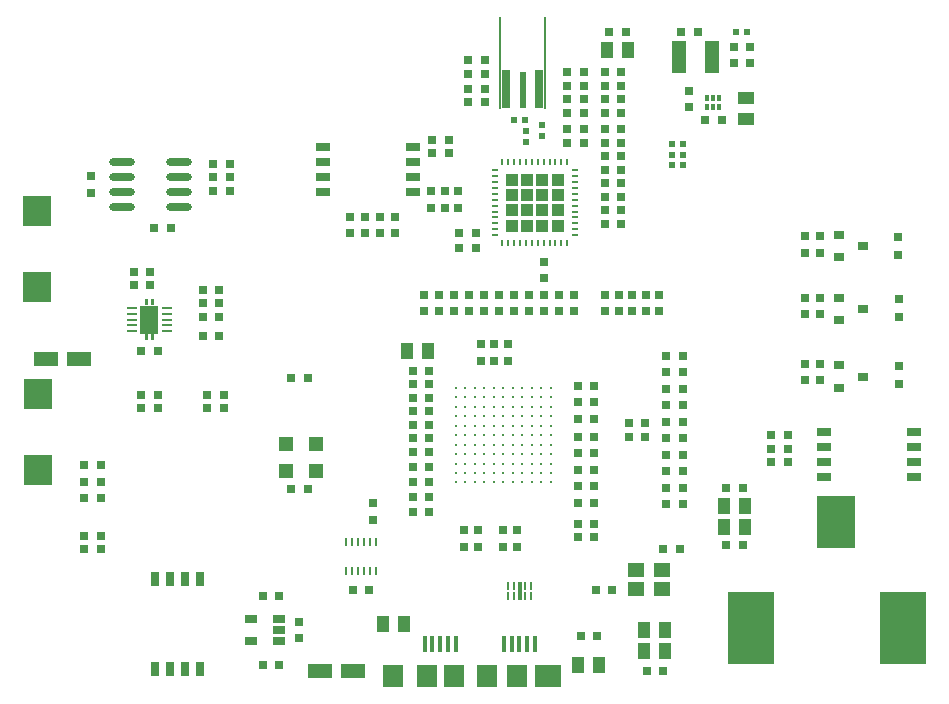
<source format=gtp>
%FSLAX25Y25*%
%MOIN*%
G70*
G01*
G75*
G04 Layer_Color=8421504*
%ADD10C,0.01200*%
%ADD11C,0.01100*%
%ADD12R,0.03000X0.03000*%
%ADD13R,0.01122X0.30709*%
%ADD14R,0.02362X0.12244*%
%ADD15R,0.02953X0.13031*%
%ADD16R,0.03000X0.03000*%
%ADD17R,0.03543X0.03150*%
%ADD18R,0.03100X0.03100*%
%ADD19R,0.04449X0.05787*%
%ADD20R,0.07874X0.04724*%
%ADD21R,0.09449X0.10236*%
%ADD22R,0.01200X0.05300*%
%ADD23R,0.07100X0.07500*%
%ADD24R,0.09100X0.07500*%
%ADD25R,0.05000X0.02992*%
%ADD26R,0.02992X0.05000*%
%ADD27R,0.00787X0.02658*%
%ADD28R,0.01496X0.06100*%
%ADD29R,0.05118X0.04921*%
%ADD30R,0.01969X0.01969*%
%ADD31R,0.01969X0.01969*%
%ADD32R,0.12992X0.17323*%
%ADD33R,0.15354X0.24410*%
%ADD34R,0.05787X0.04449*%
%ADD35R,0.01181X0.02047*%
%ADD36R,0.01181X0.01929*%
%ADD37R,0.05079X0.10709*%
%ADD38R,0.01063X0.03150*%
%ADD39R,0.05512X0.04724*%
%ADD40O,0.08661X0.02362*%
%ADD41R,0.03347X0.01102*%
%ADD42R,0.06496X0.09449*%
%ADD43R,0.02362X0.00984*%
%ADD44R,0.00984X0.02362*%
%ADD45R,0.20079X0.20079*%
%ADD46R,0.03937X0.02756*%
%ADD47C,0.00945*%
%ADD48C,0.03937*%
%ADD49C,0.02500*%
%ADD50C,0.00500*%
%ADD51C,0.01000*%
%ADD52C,0.00800*%
%ADD53C,0.02000*%
%ADD54C,0.01500*%
%ADD55C,0.00600*%
%ADD56C,0.06000*%
%ADD57C,0.07000*%
%ADD58C,0.12500*%
%ADD59C,0.09000*%
%ADD60C,0.05906*%
%ADD61C,0.07874*%
%ADD62R,0.05906X0.05906*%
%ADD63C,0.03100*%
%ADD64C,0.01400*%
%ADD65C,0.01969*%
%ADD66C,0.04000*%
%ADD67C,0.04800*%
%ADD68C,0.14500*%
%ADD69C,0.07500*%
%ADD70C,0.05937*%
%ADD71C,0.09874*%
%ADD72C,0.05543*%
%ADD73C,0.03400*%
%ADD74C,0.02700*%
%ADD75C,0.08000*%
%ADD76C,0.02787*%
%ADD77C,0.00984*%
%ADD78C,0.00787*%
%ADD79C,0.00394*%
%ADD80C,0.01575*%
%ADD81C,0.02362*%
%ADD82C,0.01600*%
%ADD83R,0.04331X0.04331*%
G36*
X50567Y117339D02*
X49464D01*
Y119307D01*
X50567D01*
Y117339D01*
D02*
G37*
G36*
X48598D02*
X47496D01*
Y119307D01*
X48598D01*
Y117339D01*
D02*
G37*
G36*
X50567Y128756D02*
X49464D01*
Y130724D01*
X50567D01*
Y128756D01*
D02*
G37*
G36*
X48598D02*
X47496D01*
Y130724D01*
X48598D01*
Y128756D01*
D02*
G37*
D12*
X231750Y220000D02*
D03*
X226250D02*
D03*
X207750D02*
D03*
X202250D02*
D03*
X206250Y160500D02*
D03*
X200750D02*
D03*
X142250Y84500D02*
D03*
X136750D02*
D03*
X198250Y18500D02*
D03*
X192750D02*
D03*
X92250Y32000D02*
D03*
X86750D02*
D03*
X46250Y99000D02*
D03*
X51750D02*
D03*
X46250Y94500D02*
D03*
X51750D02*
D03*
X136750Y75000D02*
D03*
X142250D02*
D03*
X136750Y70000D02*
D03*
X142250D02*
D03*
X136750Y65000D02*
D03*
X142250D02*
D03*
X136750Y102500D02*
D03*
X142250D02*
D03*
X136750Y98000D02*
D03*
X142250D02*
D03*
X136750Y60000D02*
D03*
X142250D02*
D03*
X136750Y89000D02*
D03*
X142250D02*
D03*
X197250Y85000D02*
D03*
X191750D02*
D03*
X197250Y102000D02*
D03*
X191750D02*
D03*
X136750Y80000D02*
D03*
X142250D02*
D03*
X197250Y51500D02*
D03*
X191750D02*
D03*
X197250Y56000D02*
D03*
X191750D02*
D03*
X220250Y7000D02*
D03*
X214750D02*
D03*
X197250Y63000D02*
D03*
X191750D02*
D03*
X246750Y49000D02*
D03*
X241250D02*
D03*
X197250Y79500D02*
D03*
X191750D02*
D03*
X246750Y68000D02*
D03*
X241250D02*
D03*
X136750Y93500D02*
D03*
X142250D02*
D03*
X101750Y104500D02*
D03*
X96250D02*
D03*
X197250Y96500D02*
D03*
X191750D02*
D03*
X197250Y91000D02*
D03*
X191750D02*
D03*
X214250Y89500D02*
D03*
X208750D02*
D03*
X214250Y85000D02*
D03*
X208750D02*
D03*
X197250Y68500D02*
D03*
X191750D02*
D03*
X197250Y74000D02*
D03*
X191750D02*
D03*
X43800Y140000D02*
D03*
X49300D02*
D03*
X49281Y135531D02*
D03*
X43782D02*
D03*
X66800Y134000D02*
D03*
X72300D02*
D03*
X46281Y113531D02*
D03*
X51781D02*
D03*
X56200Y154500D02*
D03*
X50700D02*
D03*
X32750Y52000D02*
D03*
X27250D02*
D03*
X122250Y34000D02*
D03*
X116750D02*
D03*
X197750D02*
D03*
X203250D02*
D03*
X225750Y47500D02*
D03*
X220250D02*
D03*
X256250Y76500D02*
D03*
X261750D02*
D03*
X256250Y81000D02*
D03*
X261750D02*
D03*
X256250Y85500D02*
D03*
X261750D02*
D03*
X226750Y62500D02*
D03*
X221250D02*
D03*
Y112000D02*
D03*
X226750D02*
D03*
X221250Y106500D02*
D03*
X226750D02*
D03*
X221250Y101000D02*
D03*
X226750D02*
D03*
X73750Y99000D02*
D03*
X68250D02*
D03*
X73750Y94500D02*
D03*
X68250D02*
D03*
X221250Y90000D02*
D03*
X226750D02*
D03*
X221250Y79000D02*
D03*
X226750D02*
D03*
X221250Y68000D02*
D03*
X226750D02*
D03*
Y95500D02*
D03*
X221250D02*
D03*
X226750Y84500D02*
D03*
X221250D02*
D03*
X226750Y73500D02*
D03*
X221250D02*
D03*
X86750Y9000D02*
D03*
X92250D02*
D03*
X32750Y64500D02*
D03*
X27250D02*
D03*
X32750Y70000D02*
D03*
X27250D02*
D03*
X32750Y75500D02*
D03*
X27250D02*
D03*
X72281Y129532D02*
D03*
X66781D02*
D03*
X72250Y125000D02*
D03*
X66750D02*
D03*
X66781Y118532D02*
D03*
X72281D02*
D03*
X70250Y176000D02*
D03*
X75750D02*
D03*
X70250Y171500D02*
D03*
X75750D02*
D03*
X75750Y167000D02*
D03*
X70250D02*
D03*
X27250Y47500D02*
D03*
X32750D02*
D03*
X136750Y107000D02*
D03*
X142250D02*
D03*
X96250Y67500D02*
D03*
X101750D02*
D03*
X157750Y148000D02*
D03*
X152250D02*
D03*
X157750Y153000D02*
D03*
X152250D02*
D03*
X160750Y196500D02*
D03*
X155250D02*
D03*
X160750Y201000D02*
D03*
X155250D02*
D03*
X160750Y206000D02*
D03*
X155250D02*
D03*
X188250Y193000D02*
D03*
X193750D02*
D03*
X188250Y197500D02*
D03*
X193750D02*
D03*
X188250Y202000D02*
D03*
X193750D02*
D03*
Y187500D02*
D03*
X188250D02*
D03*
X193750Y183000D02*
D03*
X188250D02*
D03*
X200750Y169500D02*
D03*
X206250D02*
D03*
X200750Y178500D02*
D03*
X206250D02*
D03*
X200750Y174000D02*
D03*
X206250D02*
D03*
X148750Y184000D02*
D03*
X143250D02*
D03*
X148750Y179500D02*
D03*
X143250D02*
D03*
X200750Y156000D02*
D03*
X206250D02*
D03*
X200750Y165000D02*
D03*
X206250D02*
D03*
X160750Y210500D02*
D03*
X155250D02*
D03*
X188250Y206500D02*
D03*
X193750D02*
D03*
X200750Y197500D02*
D03*
X206250D02*
D03*
X200750Y187500D02*
D03*
X206250D02*
D03*
X200750Y202000D02*
D03*
X206250D02*
D03*
Y193000D02*
D03*
X200750D02*
D03*
X206250Y183000D02*
D03*
X200750D02*
D03*
X206250Y206500D02*
D03*
X200750D02*
D03*
X239750Y190500D02*
D03*
X234250D02*
D03*
X243750Y215000D02*
D03*
X249250D02*
D03*
Y209500D02*
D03*
X243750D02*
D03*
D13*
X181010Y209646D02*
D03*
X165990D02*
D03*
D14*
X173500Y200413D02*
D03*
D15*
X168028Y200807D02*
D03*
X178972D02*
D03*
D16*
X140500Y132250D02*
D03*
Y126750D02*
D03*
X145500Y132250D02*
D03*
Y126750D02*
D03*
X267500Y125750D02*
D03*
Y131250D02*
D03*
Y109250D02*
D03*
Y103750D02*
D03*
X272500Y103750D02*
D03*
Y109250D02*
D03*
X167000Y53750D02*
D03*
Y48250D02*
D03*
X171500Y53750D02*
D03*
Y48250D02*
D03*
X99000Y23250D02*
D03*
Y17750D02*
D03*
X164000Y115750D02*
D03*
Y110250D02*
D03*
X168500Y115750D02*
D03*
Y110250D02*
D03*
X158500Y48250D02*
D03*
Y53750D02*
D03*
X159500Y115750D02*
D03*
Y110250D02*
D03*
X29500Y166300D02*
D03*
Y171800D02*
D03*
X154000Y48250D02*
D03*
Y53750D02*
D03*
X210000Y126750D02*
D03*
Y132250D02*
D03*
X205500Y126750D02*
D03*
Y132250D02*
D03*
X201000Y126750D02*
D03*
Y132250D02*
D03*
X219000Y126750D02*
D03*
Y132250D02*
D03*
X214500Y126750D02*
D03*
Y132250D02*
D03*
X190500Y126750D02*
D03*
Y132250D02*
D03*
X150500Y126750D02*
D03*
Y132250D02*
D03*
X155500Y126750D02*
D03*
Y132250D02*
D03*
X160500Y126750D02*
D03*
Y132250D02*
D03*
X165500Y126750D02*
D03*
Y132250D02*
D03*
X170500Y126750D02*
D03*
Y132250D02*
D03*
X175500Y126750D02*
D03*
Y132250D02*
D03*
X180500Y126750D02*
D03*
Y132250D02*
D03*
X185500Y126750D02*
D03*
Y132250D02*
D03*
X123500Y57250D02*
D03*
Y62750D02*
D03*
X272500Y131250D02*
D03*
Y125750D02*
D03*
X272500Y151750D02*
D03*
Y146250D02*
D03*
X267500Y146250D02*
D03*
Y151750D02*
D03*
X152000Y161250D02*
D03*
Y166750D02*
D03*
X147500Y161250D02*
D03*
Y166750D02*
D03*
X143000Y161250D02*
D03*
Y166750D02*
D03*
X180500Y143250D02*
D03*
Y137750D02*
D03*
X116000Y158250D02*
D03*
Y152750D02*
D03*
X121000Y158250D02*
D03*
Y152750D02*
D03*
X126000Y158250D02*
D03*
Y152750D02*
D03*
X131000Y158250D02*
D03*
Y152750D02*
D03*
X229000Y200250D02*
D03*
Y194750D02*
D03*
D17*
X279063Y131240D02*
D03*
Y123760D02*
D03*
X286937Y127500D02*
D03*
Y148500D02*
D03*
X279063Y144760D02*
D03*
Y152240D02*
D03*
X286937Y105000D02*
D03*
X279063Y101260D02*
D03*
Y108740D02*
D03*
D18*
X299000Y108450D02*
D03*
Y102550D02*
D03*
Y125050D02*
D03*
Y130950D02*
D03*
X298500Y145550D02*
D03*
Y151450D02*
D03*
D19*
X220984Y20500D02*
D03*
X214016D02*
D03*
X192016Y9000D02*
D03*
X198984D02*
D03*
X201516Y214000D02*
D03*
X208484D02*
D03*
X247484Y62000D02*
D03*
X240516D02*
D03*
X247484Y55000D02*
D03*
X240516D02*
D03*
X220984Y13500D02*
D03*
X214016D02*
D03*
X141984Y113500D02*
D03*
X135016D02*
D03*
X133984Y22500D02*
D03*
X127016D02*
D03*
D20*
X14488Y111000D02*
D03*
X25512D02*
D03*
X105988Y7000D02*
D03*
X117012D02*
D03*
D21*
X12000Y99098D02*
D03*
Y73902D02*
D03*
X11500Y160099D02*
D03*
Y134902D02*
D03*
D22*
X174950Y15775D02*
D03*
X177550D02*
D03*
X167150D02*
D03*
X169750D02*
D03*
X140750D02*
D03*
X148550D02*
D03*
X151150D02*
D03*
X172350D02*
D03*
X145950D02*
D03*
X143350D02*
D03*
D23*
X130200Y5275D02*
D03*
X141450D02*
D03*
X150450D02*
D03*
X161700D02*
D03*
X171500Y5225D02*
D03*
D24*
X181800D02*
D03*
D25*
X304000Y71500D02*
D03*
Y76500D02*
D03*
Y81500D02*
D03*
Y86500D02*
D03*
X274000Y71500D02*
D03*
Y76500D02*
D03*
Y81500D02*
D03*
Y86500D02*
D03*
X137000Y166500D02*
D03*
Y171500D02*
D03*
Y176500D02*
D03*
Y181500D02*
D03*
X107000Y166500D02*
D03*
Y171500D02*
D03*
Y176500D02*
D03*
Y181500D02*
D03*
D26*
X66000Y37500D02*
D03*
X61000D02*
D03*
X56000D02*
D03*
X51000D02*
D03*
X66000Y7500D02*
D03*
X61000D02*
D03*
X56000D02*
D03*
X51000D02*
D03*
D27*
X176400Y35200D02*
D03*
X174400D02*
D03*
X170600D02*
D03*
X168600D02*
D03*
Y31800D02*
D03*
X170600D02*
D03*
X174400D02*
D03*
X176400D02*
D03*
D28*
X172500Y33500D02*
D03*
D29*
X104500Y73571D02*
D03*
X94500Y82429D02*
D03*
Y73571D02*
D03*
X104500Y82429D02*
D03*
D30*
X180000Y185228D02*
D03*
Y188772D02*
D03*
X174500Y183228D02*
D03*
Y186772D02*
D03*
D31*
X170728Y190500D02*
D03*
X174272D02*
D03*
X244728Y220000D02*
D03*
X248272D02*
D03*
X223228Y182500D02*
D03*
X226772D02*
D03*
X223228Y179000D02*
D03*
X226772D02*
D03*
X223228Y175500D02*
D03*
X226772D02*
D03*
D32*
X277756Y56705D02*
D03*
D33*
X300394Y21272D02*
D03*
X249606D02*
D03*
D34*
X248000Y197984D02*
D03*
Y191016D02*
D03*
D35*
X238968Y198000D02*
D03*
D36*
X237000D02*
D03*
X235032D02*
D03*
Y194968D02*
D03*
X237000D02*
D03*
X238968D02*
D03*
D37*
X236531Y211500D02*
D03*
X225468D02*
D03*
D38*
X124421Y49724D02*
D03*
X122453D02*
D03*
X120484D02*
D03*
X118516D02*
D03*
X116547D02*
D03*
X114579D02*
D03*
X124421Y40276D02*
D03*
X122453D02*
D03*
X120484D02*
D03*
X118516D02*
D03*
X116547D02*
D03*
X114579D02*
D03*
D39*
X219831Y40650D02*
D03*
Y34350D02*
D03*
X211169Y40650D02*
D03*
Y34350D02*
D03*
D40*
X58949Y176500D02*
D03*
Y166500D02*
D03*
Y171500D02*
D03*
Y161500D02*
D03*
X40051Y176500D02*
D03*
Y171500D02*
D03*
Y166500D02*
D03*
Y161500D02*
D03*
D41*
X54839Y127969D02*
D03*
Y126000D02*
D03*
Y124031D02*
D03*
Y122063D02*
D03*
Y120095D02*
D03*
X43224Y127969D02*
D03*
Y124031D02*
D03*
Y126000D02*
D03*
Y120095D02*
D03*
Y122063D02*
D03*
D42*
X49031Y124031D02*
D03*
D43*
X190886Y173827D02*
D03*
Y169890D02*
D03*
Y171858D02*
D03*
Y167921D02*
D03*
Y163984D02*
D03*
Y165953D02*
D03*
Y162016D02*
D03*
Y158079D02*
D03*
Y160047D02*
D03*
Y154142D02*
D03*
Y152173D02*
D03*
Y156110D02*
D03*
X164114Y173827D02*
D03*
Y163984D02*
D03*
Y165953D02*
D03*
Y162016D02*
D03*
Y169890D02*
D03*
Y171858D02*
D03*
Y167921D02*
D03*
Y158079D02*
D03*
Y160047D02*
D03*
Y154142D02*
D03*
Y156110D02*
D03*
Y152173D02*
D03*
D44*
X188327Y176386D02*
D03*
X186358D02*
D03*
X182421D02*
D03*
X180453D02*
D03*
X184390D02*
D03*
X178484D02*
D03*
X176516D02*
D03*
X188327Y149614D02*
D03*
X184390D02*
D03*
X182421D02*
D03*
X186358D02*
D03*
X178484D02*
D03*
X176516D02*
D03*
X180453D02*
D03*
X172579Y176386D02*
D03*
X170610D02*
D03*
X174547D02*
D03*
X168642D02*
D03*
X166673D02*
D03*
X172579Y149614D02*
D03*
X170610D02*
D03*
X174547D02*
D03*
X166673D02*
D03*
X168642D02*
D03*
D46*
X92225Y20500D02*
D03*
Y24240D02*
D03*
Y16760D02*
D03*
X82776Y24240D02*
D03*
Y16760D02*
D03*
D47*
X182748Y101248D02*
D03*
Y98098D02*
D03*
X179598Y101248D02*
D03*
X182748Y94949D02*
D03*
X179598Y98098D02*
D03*
X176449D02*
D03*
Y101248D02*
D03*
X179598Y94949D02*
D03*
X176449D02*
D03*
X182748Y91799D02*
D03*
Y88650D02*
D03*
X179598Y91799D02*
D03*
X182748Y85500D02*
D03*
X179598Y88650D02*
D03*
X176449D02*
D03*
Y91799D02*
D03*
X179598Y85500D02*
D03*
X176449D02*
D03*
X173299Y98098D02*
D03*
Y94949D02*
D03*
Y101248D02*
D03*
Y91799D02*
D03*
X170150Y94949D02*
D03*
Y98098D02*
D03*
Y101248D02*
D03*
X167000Y91799D02*
D03*
Y94949D02*
D03*
X173299Y88650D02*
D03*
X170150Y91799D02*
D03*
X173299Y85500D02*
D03*
X170150Y88650D02*
D03*
Y85500D02*
D03*
X167000Y88650D02*
D03*
Y85500D02*
D03*
X182748Y76051D02*
D03*
Y82350D02*
D03*
X179598D02*
D03*
X176449D02*
D03*
X182748Y79201D02*
D03*
X179598D02*
D03*
X182748Y69752D02*
D03*
Y72902D02*
D03*
X179598D02*
D03*
Y76051D02*
D03*
Y69752D02*
D03*
X176449D02*
D03*
X173299Y82350D02*
D03*
X176449Y79201D02*
D03*
X173299D02*
D03*
X176449Y76051D02*
D03*
X173299D02*
D03*
X170150Y82350D02*
D03*
X167000D02*
D03*
X170150Y79201D02*
D03*
X167000D02*
D03*
X176449Y72902D02*
D03*
X170150Y76051D02*
D03*
X173299Y69752D02*
D03*
Y72902D02*
D03*
X170150D02*
D03*
X167000D02*
D03*
X170150Y69752D02*
D03*
X167000D02*
D03*
X163850Y101248D02*
D03*
X167000D02*
D03*
X160701Y98098D02*
D03*
X167000D02*
D03*
X163850D02*
D03*
X160701Y101248D02*
D03*
X163850Y91799D02*
D03*
Y88650D02*
D03*
Y94949D02*
D03*
Y85500D02*
D03*
X160701Y91799D02*
D03*
Y94949D02*
D03*
Y85500D02*
D03*
Y88650D02*
D03*
X157551Y101248D02*
D03*
Y98098D02*
D03*
X154402Y101248D02*
D03*
X157551Y94949D02*
D03*
X154402Y98098D02*
D03*
X151252D02*
D03*
Y101248D02*
D03*
X154402Y94949D02*
D03*
X151252D02*
D03*
X157551Y91799D02*
D03*
X154402D02*
D03*
X157551Y85500D02*
D03*
Y88650D02*
D03*
X154402D02*
D03*
X151252Y91799D02*
D03*
X154402Y85500D02*
D03*
X151252Y88650D02*
D03*
X163850Y82350D02*
D03*
Y79201D02*
D03*
X160701Y82350D02*
D03*
X167000Y76051D02*
D03*
X163850D02*
D03*
X160701Y79201D02*
D03*
X157551Y82350D02*
D03*
Y76051D02*
D03*
X163850Y72902D02*
D03*
X160701Y76051D02*
D03*
X163850Y69752D02*
D03*
X160701Y72902D02*
D03*
Y69752D02*
D03*
X151252Y85500D02*
D03*
X154402Y82350D02*
D03*
X151252D02*
D03*
X157551Y79201D02*
D03*
X154402D02*
D03*
X151252D02*
D03*
X157551Y72902D02*
D03*
X154402D02*
D03*
X157551Y69752D02*
D03*
X154402D02*
D03*
Y76051D02*
D03*
X151252D02*
D03*
Y69752D02*
D03*
Y72902D02*
D03*
D83*
X185177Y170677D02*
D03*
Y165559D02*
D03*
X180059Y170677D02*
D03*
Y165559D02*
D03*
X185177Y155323D02*
D03*
Y160441D02*
D03*
X180059D02*
D03*
Y155323D02*
D03*
X174941Y170677D02*
D03*
Y165559D02*
D03*
X169823D02*
D03*
Y170677D02*
D03*
X174941Y160441D02*
D03*
Y155323D02*
D03*
X169823Y160441D02*
D03*
Y155323D02*
D03*
M02*

</source>
